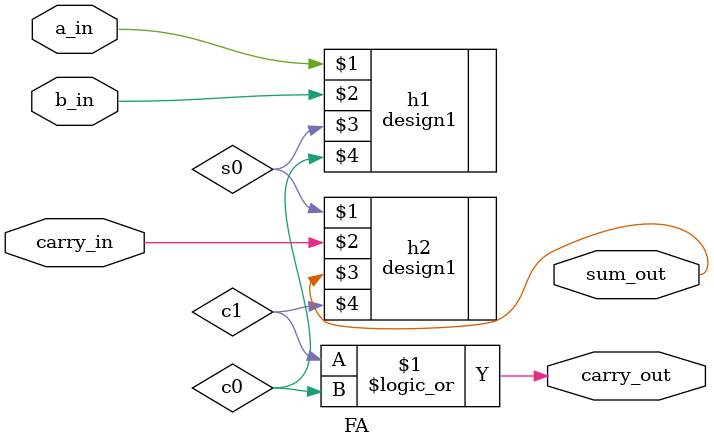
<source format=sv>
`timescale 1ns / 1ps


module FA(input  a_in,
             input b_in,
             input carry_in,
          output logic sum_out,
             output logic carry_out);

logic s0, c0, c1;
             
design1 h1(a_in, b_in, s0, c0);
design1 h2(s0, carry_in, sum_out, c1); 
assign carry_out=c1 || c0;     

endmodule

</source>
